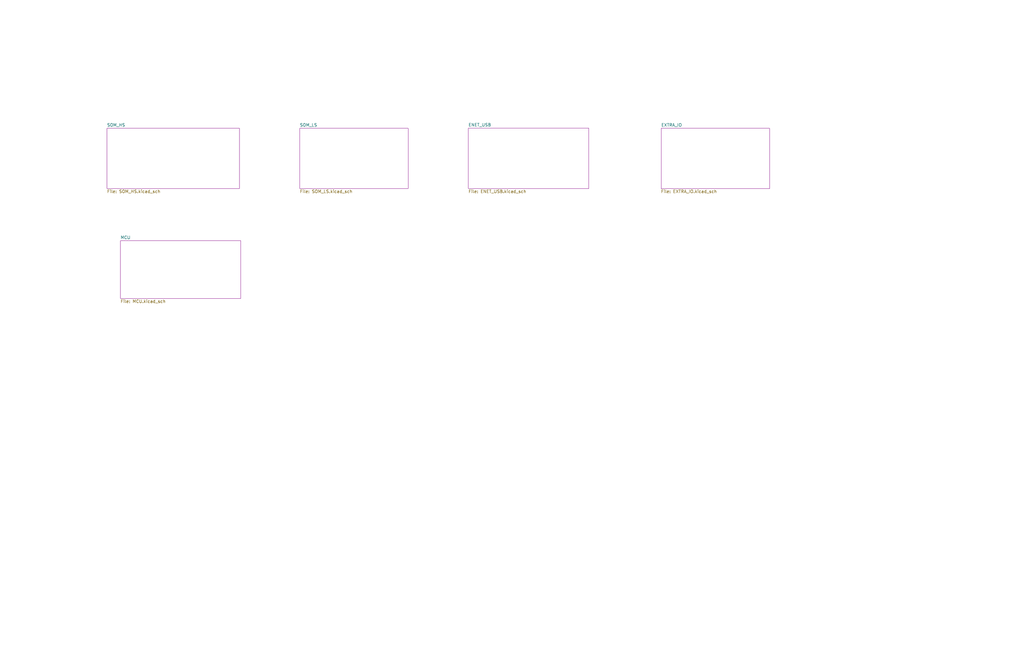
<source format=kicad_sch>
(kicad_sch (version 20201015) (generator eeschema)
  (page 1 6)
  (paper "USLedger")
  (lib_symbols)
  (sheet (at 197.5104 54.102) (size 50.8 25.4508) (stroke (width 0.001) (color 132 0 132 1)) (fill (color 255 255 255 0.0000))
    (property "Sheet name" "ENET_USB" (at 197.5104 53.4661 0) (effects (justify left bottom)))
    (property "Sheet file" "ENET_USB.kicad_sch" (at 197.5104 80.0617 0) (effects (justify left top)))
  )
  (sheet (at 278.7904 54.1528) (size 45.72 25.5016) (stroke (width 0.001) (color 132 0 132 1)) (fill (color 255 255 255 0.0000))
    (property "Sheet name" "EXTRA_IO" (at 278.7904 53.5169 0) (effects (justify left bottom)))
    (property "Sheet file" "EXTRA_IO.kicad_sch" (at 278.6888 80.0617 0) (effects (justify left top)))
  )
  (sheet (at 50.8 101.6) (size 50.7492 24.3332) (stroke (width 0.001) (color 132 0 132 1)) (fill (color 255 255 255 0.0000))
    (property "Sheet name" "MCU" (at 50.8 100.9641 0) (effects (justify left bottom)))
    (property "Sheet file" "MCU.kicad_sch" (at 50.8 126.4421 0) (effects (justify left top)))
  )
  (sheet (at 45.1104 54.1528) (size 55.88 25.4) (stroke (width 0.001) (color 132 0 132 1)) (fill (color 255 255 255 0.0000))
    (property "Sheet name" "SOM_HS" (at 45.1104 53.5169 0) (effects (justify left bottom)))
    (property "Sheet file" "SOM_HS.kicad_sch" (at 45.1104 80.0617 0) (effects (justify left top)))
  )
  (sheet (at 126.3904 54.1528) (size 45.72 25.4) (stroke (width 0.001) (color 132 0 132 1)) (fill (color 255 255 255 0.0000))
    (property "Sheet name" "SOM_LS" (at 126.3904 53.5169 0) (effects (justify left bottom)))
    (property "Sheet file" "SOM_LS.kicad_sch" (at 126.3904 80.0617 0) (effects (justify left top)))
  )
)
</source>
